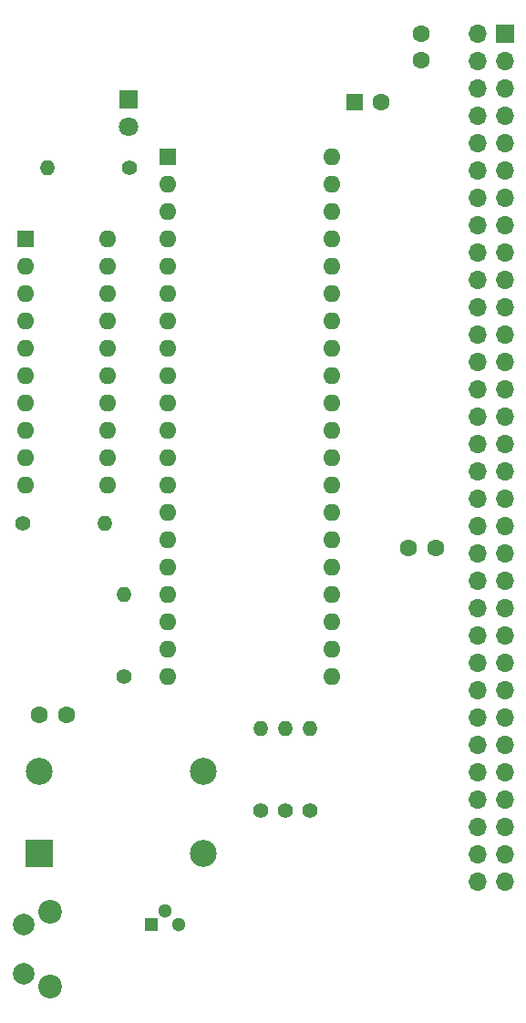
<source format=gbs>
G04 #@! TF.GenerationSoftware,KiCad,Pcbnew,8.0.4*
G04 #@! TF.CreationDate,2024-09-19T20:20:17-04:00*
G04 #@! TF.ProjectId,LB-Z80-01,4c422d5a-3830-42d3-9031-2e6b69636164,2*
G04 #@! TF.SameCoordinates,Original*
G04 #@! TF.FileFunction,Soldermask,Bot*
G04 #@! TF.FilePolarity,Negative*
%FSLAX46Y46*%
G04 Gerber Fmt 4.6, Leading zero omitted, Abs format (unit mm)*
G04 Created by KiCad (PCBNEW 8.0.4) date 2024-09-19 20:20:17*
%MOMM*%
%LPD*%
G01*
G04 APERTURE LIST*
%ADD10R,1.700000X1.700000*%
%ADD11O,1.700000X1.700000*%
%ADD12R,1.600000X1.600000*%
%ADD13O,1.600000X1.600000*%
%ADD14C,1.600000*%
%ADD15C,1.400000*%
%ADD16O,1.400000X1.400000*%
%ADD17R,1.300000X1.300000*%
%ADD18C,1.300000*%
%ADD19C,2.000000*%
%ADD20C,2.200000*%
%ADD21R,1.800000X1.800000*%
%ADD22C,1.800000*%
%ADD23R,2.500000X2.500000*%
%ADD24C,2.500000*%
G04 APERTURE END LIST*
D10*
X179890000Y-54615000D03*
D11*
X177350000Y-54615000D03*
X179890000Y-57155000D03*
X177350000Y-57155000D03*
X179890000Y-59695000D03*
X177350000Y-59695000D03*
X179890000Y-62235000D03*
X177350000Y-62235000D03*
X179890000Y-64775000D03*
X177350000Y-64775000D03*
X179890000Y-67315000D03*
X177350000Y-67315000D03*
X179890000Y-69855000D03*
X177350000Y-69855000D03*
X179890000Y-72395000D03*
X177350000Y-72395000D03*
X179890000Y-74935000D03*
X177350000Y-74935000D03*
X179890000Y-77475000D03*
X177350000Y-77475000D03*
X179890000Y-80015000D03*
X177350000Y-80015000D03*
X179890000Y-82555000D03*
X177350000Y-82555000D03*
X179890000Y-85095000D03*
X177350000Y-85095000D03*
X179890000Y-87635000D03*
X177350000Y-87635000D03*
X179890000Y-90175000D03*
X177350000Y-90175000D03*
X179890000Y-92715000D03*
X177350000Y-92715000D03*
X179890000Y-95255000D03*
X177350000Y-95255000D03*
X179890000Y-97795000D03*
X177350000Y-97795000D03*
X179890000Y-100335000D03*
X177350000Y-100335000D03*
X179890000Y-102875000D03*
X177350000Y-102875000D03*
X179890000Y-105415000D03*
X177350000Y-105415000D03*
X179890000Y-107955000D03*
X177350000Y-107955000D03*
X179890000Y-110495000D03*
X177350000Y-110495000D03*
X179890000Y-113035000D03*
X177350000Y-113035000D03*
X179890000Y-115575000D03*
X177350000Y-115575000D03*
X179890000Y-118115000D03*
X177350000Y-118115000D03*
X179890000Y-120655000D03*
X177350000Y-120655000D03*
X179890000Y-123195000D03*
X177350000Y-123195000D03*
X179890000Y-125735000D03*
X177350000Y-125735000D03*
X179890000Y-128275000D03*
X177350000Y-128275000D03*
X179890000Y-130815000D03*
X177350000Y-130815000D03*
X179890000Y-133355000D03*
X177350000Y-133355000D03*
D12*
X148590000Y-66040000D03*
D13*
X148590000Y-68580000D03*
X148590000Y-71120000D03*
X148590000Y-73660000D03*
X148590000Y-76200000D03*
X148590000Y-78740000D03*
X148590000Y-81280000D03*
X148590000Y-83820000D03*
X148590000Y-86360000D03*
X148590000Y-88900000D03*
X148590000Y-91440000D03*
X148590000Y-93980000D03*
X148590000Y-96520000D03*
X148590000Y-99060000D03*
X148590000Y-101600000D03*
X148590000Y-104140000D03*
X148590000Y-106680000D03*
X148590000Y-109220000D03*
X148590000Y-111760000D03*
X148590000Y-114300000D03*
X163830000Y-114300000D03*
X163830000Y-111760000D03*
X163830000Y-109220000D03*
X163830000Y-106680000D03*
X163830000Y-104140000D03*
X163830000Y-101600000D03*
X163830000Y-99060000D03*
X163830000Y-96520000D03*
X163830000Y-93980000D03*
X163830000Y-91440000D03*
X163830000Y-88900000D03*
X163830000Y-86360000D03*
X163830000Y-83820000D03*
X163830000Y-81280000D03*
X163830000Y-78740000D03*
X163830000Y-76200000D03*
X163830000Y-73660000D03*
X163830000Y-71120000D03*
X163830000Y-68580000D03*
X163830000Y-66040000D03*
D12*
X165926888Y-60960000D03*
D14*
X168426888Y-60960000D03*
D15*
X161798000Y-126746000D03*
D16*
X161798000Y-119126000D03*
D15*
X159512000Y-126746000D03*
D16*
X159512000Y-119126000D03*
D14*
X139172000Y-117856000D03*
X136672000Y-117856000D03*
X172085000Y-57130000D03*
X172085000Y-54630000D03*
D17*
X147082000Y-137336000D03*
D18*
X148352000Y-136066000D03*
X149622000Y-137336000D03*
D15*
X135128000Y-100076000D03*
D16*
X142748000Y-100076000D03*
D12*
X135392000Y-73665000D03*
D13*
X135392000Y-76205000D03*
X135392000Y-78745000D03*
X135392000Y-81285000D03*
X135392000Y-83825000D03*
X135392000Y-86365000D03*
X135392000Y-88905000D03*
X135392000Y-91445000D03*
X135392000Y-93985000D03*
X135392000Y-96525000D03*
X143012000Y-96525000D03*
X143012000Y-93985000D03*
X143012000Y-91445000D03*
X143012000Y-88905000D03*
X143012000Y-86365000D03*
X143012000Y-83825000D03*
X143012000Y-81285000D03*
X143012000Y-78745000D03*
X143012000Y-76205000D03*
X143012000Y-73665000D03*
D15*
X157226000Y-126746000D03*
D16*
X157226000Y-119126000D03*
D19*
X135168000Y-141894000D03*
X135168000Y-137394000D03*
D20*
X137668000Y-143144000D03*
X137668000Y-136144000D03*
D15*
X144526000Y-114300000D03*
D16*
X144526000Y-106680000D03*
D21*
X144942000Y-60701000D03*
D22*
X144942000Y-63241000D03*
D23*
X136652000Y-130772000D03*
D24*
X151892000Y-130772000D03*
X151892000Y-123152000D03*
X136652000Y-123152000D03*
D15*
X145034000Y-67056000D03*
D16*
X137414000Y-67056000D03*
D14*
X173462000Y-102362000D03*
X170962000Y-102362000D03*
M02*

</source>
